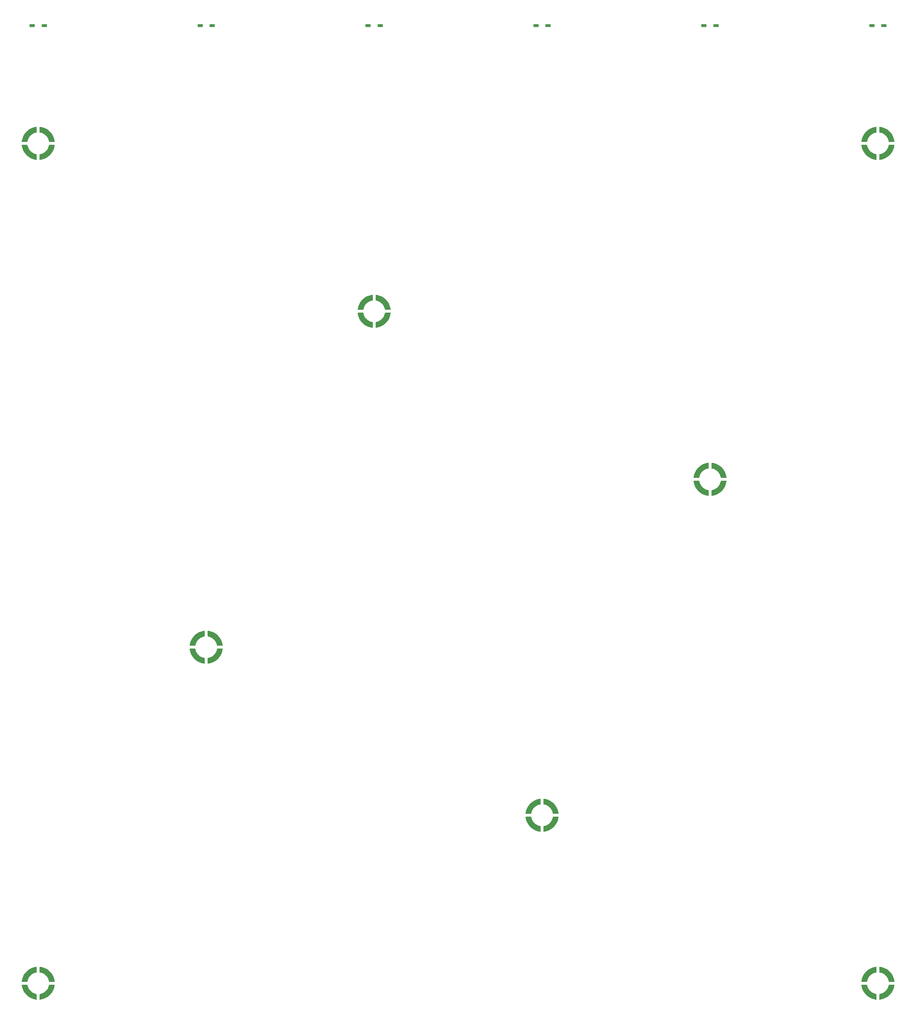
<source format=gbp>
G75*
%MOIN*%
%OFA0B0*%
%FSLAX24Y24*%
%IPPOS*%
%LPD*%
%AMOC8*
5,1,8,0,0,1.08239X$1,22.5*
%
%ADD10C,0.0050*%
%ADD11R,0.0591X0.0335*%
D10*
X016495Y016542D02*
X017667Y016542D01*
X017667Y016567D02*
X017667Y015967D01*
X017434Y016006D01*
X017207Y016073D01*
X016991Y016168D01*
X016788Y016290D01*
X016602Y016435D01*
X016435Y016602D01*
X016290Y016788D01*
X016168Y016991D01*
X016073Y017207D01*
X016006Y017434D01*
X015967Y017667D01*
X016567Y017667D01*
X016607Y017486D01*
X016673Y017314D01*
X016762Y017152D01*
X016873Y017004D01*
X017004Y016873D01*
X017152Y016762D01*
X017314Y016673D01*
X017486Y016607D01*
X017667Y016567D01*
X017667Y016493D02*
X016543Y016493D01*
X016592Y016445D02*
X017667Y016445D01*
X017667Y016396D02*
X016651Y016396D01*
X016713Y016348D02*
X017667Y016348D01*
X017667Y016299D02*
X016775Y016299D01*
X016853Y016251D02*
X017667Y016251D01*
X017667Y016202D02*
X016934Y016202D01*
X017024Y016154D02*
X017667Y016154D01*
X017667Y016105D02*
X017135Y016105D01*
X017263Y016057D02*
X017667Y016057D01*
X017667Y016008D02*
X017425Y016008D01*
X017561Y016590D02*
X016446Y016590D01*
X016406Y016639D02*
X017404Y016639D01*
X017288Y016687D02*
X016368Y016687D01*
X016330Y016736D02*
X017200Y016736D01*
X017123Y016784D02*
X016292Y016784D01*
X016263Y016833D02*
X017058Y016833D01*
X016996Y016881D02*
X016234Y016881D01*
X016205Y016930D02*
X016948Y016930D01*
X016899Y016978D02*
X016176Y016978D01*
X016153Y017027D02*
X016856Y017027D01*
X016820Y017075D02*
X016131Y017075D01*
X016110Y017124D02*
X016783Y017124D01*
X016751Y017172D02*
X016089Y017172D01*
X016069Y017221D02*
X016724Y017221D01*
X016698Y017269D02*
X016055Y017269D01*
X016040Y017318D02*
X016671Y017318D01*
X016653Y017366D02*
X016026Y017366D01*
X016011Y017415D02*
X016635Y017415D01*
X016616Y017463D02*
X016001Y017463D01*
X015993Y017512D02*
X016602Y017512D01*
X016591Y017560D02*
X015984Y017560D01*
X015976Y017609D02*
X016580Y017609D01*
X016569Y017657D02*
X015968Y017657D01*
X015967Y018067D02*
X016006Y018299D01*
X016073Y018526D01*
X016168Y018742D01*
X016290Y018945D01*
X016435Y019131D01*
X016602Y019298D01*
X016788Y019444D01*
X016991Y019565D01*
X017207Y019660D01*
X017434Y019727D01*
X017667Y019767D01*
X017667Y019167D01*
X017486Y019126D01*
X017314Y019060D01*
X017152Y018971D01*
X017004Y018860D01*
X016873Y018729D01*
X016762Y018581D01*
X016673Y018419D01*
X016607Y018247D01*
X016567Y018067D01*
X015967Y018067D01*
X015971Y018094D02*
X016573Y018094D01*
X016584Y018142D02*
X015979Y018142D01*
X015987Y018191D02*
X016595Y018191D01*
X016606Y018239D02*
X015996Y018239D01*
X016004Y018288D02*
X016623Y018288D01*
X016641Y018336D02*
X016017Y018336D01*
X016031Y018385D02*
X016660Y018385D01*
X016681Y018433D02*
X016046Y018433D01*
X016060Y018482D02*
X016708Y018482D01*
X016734Y018530D02*
X016075Y018530D01*
X016097Y018579D02*
X016761Y018579D01*
X016797Y018627D02*
X016118Y018627D01*
X016139Y018676D02*
X016834Y018676D01*
X016870Y018724D02*
X016161Y018724D01*
X016187Y018773D02*
X016917Y018773D01*
X016966Y018821D02*
X016216Y018821D01*
X016245Y018870D02*
X017018Y018870D01*
X017082Y018918D02*
X016274Y018918D01*
X016307Y018967D02*
X017147Y018967D01*
X017233Y019015D02*
X016344Y019015D01*
X016382Y019064D02*
X017324Y019064D01*
X017451Y019112D02*
X016420Y019112D01*
X016464Y019161D02*
X017642Y019161D01*
X017667Y019209D02*
X016513Y019209D01*
X016561Y019258D02*
X017667Y019258D01*
X017667Y019306D02*
X016612Y019306D01*
X016674Y019355D02*
X017667Y019355D01*
X017667Y019403D02*
X016737Y019403D01*
X016802Y019452D02*
X017667Y019452D01*
X017667Y019500D02*
X016883Y019500D01*
X016965Y019549D02*
X017667Y019549D01*
X017667Y019597D02*
X017066Y019597D01*
X017176Y019646D02*
X017667Y019646D01*
X017667Y019694D02*
X017323Y019694D01*
X017526Y019743D02*
X017667Y019743D01*
X018067Y019743D02*
X018207Y019743D01*
X018299Y019727D02*
X018526Y019660D01*
X018742Y019565D01*
X018945Y019444D01*
X019131Y019298D01*
X019298Y019131D01*
X019444Y018945D01*
X019565Y018742D01*
X019660Y018526D01*
X019727Y018299D01*
X019767Y018067D01*
X019167Y018067D01*
X019126Y018247D01*
X019060Y018419D01*
X018971Y018581D01*
X018860Y018729D01*
X018729Y018860D01*
X018581Y018971D01*
X018419Y019060D01*
X018247Y019126D01*
X018067Y019167D01*
X018067Y019767D01*
X018299Y019727D01*
X018410Y019694D02*
X018067Y019694D01*
X018067Y019646D02*
X018557Y019646D01*
X018667Y019597D02*
X018067Y019597D01*
X018067Y019549D02*
X018768Y019549D01*
X018850Y019500D02*
X018067Y019500D01*
X018067Y019452D02*
X018931Y019452D01*
X018997Y019403D02*
X018067Y019403D01*
X018067Y019355D02*
X019059Y019355D01*
X019121Y019306D02*
X018067Y019306D01*
X018067Y019258D02*
X019172Y019258D01*
X019220Y019209D02*
X018067Y019209D01*
X018091Y019161D02*
X019269Y019161D01*
X019313Y019112D02*
X018282Y019112D01*
X018409Y019064D02*
X019351Y019064D01*
X019389Y019015D02*
X018500Y019015D01*
X018586Y018967D02*
X019426Y018967D01*
X019459Y018918D02*
X018651Y018918D01*
X018715Y018870D02*
X019488Y018870D01*
X019517Y018821D02*
X018767Y018821D01*
X018816Y018773D02*
X019546Y018773D01*
X019572Y018724D02*
X018863Y018724D01*
X018900Y018676D02*
X019594Y018676D01*
X019615Y018627D02*
X018936Y018627D01*
X018972Y018579D02*
X019636Y018579D01*
X019658Y018530D02*
X018999Y018530D01*
X019026Y018482D02*
X019673Y018482D01*
X019687Y018433D02*
X019052Y018433D01*
X019073Y018385D02*
X019702Y018385D01*
X019716Y018336D02*
X019092Y018336D01*
X019110Y018288D02*
X019729Y018288D01*
X019737Y018239D02*
X019127Y018239D01*
X019138Y018191D02*
X019746Y018191D01*
X019754Y018142D02*
X019149Y018142D01*
X019160Y018094D02*
X019762Y018094D01*
X019767Y017667D02*
X019727Y017434D01*
X019660Y017207D01*
X019565Y016991D01*
X019444Y016788D01*
X019298Y016602D01*
X019131Y016435D01*
X018945Y016290D01*
X018742Y016168D01*
X018526Y016073D01*
X018299Y016006D01*
X018067Y015967D01*
X018067Y016567D01*
X018247Y016607D01*
X018419Y016673D01*
X018581Y016762D01*
X018729Y016873D01*
X018860Y017004D01*
X018971Y017152D01*
X019060Y017314D01*
X019126Y017486D01*
X019167Y017667D01*
X019767Y017667D01*
X019765Y017657D02*
X019164Y017657D01*
X019153Y017609D02*
X019757Y017609D01*
X019749Y017560D02*
X019142Y017560D01*
X019131Y017512D02*
X019741Y017512D01*
X019732Y017463D02*
X019117Y017463D01*
X019098Y017415D02*
X019722Y017415D01*
X019707Y017366D02*
X019080Y017366D01*
X019062Y017318D02*
X019693Y017318D01*
X019678Y017269D02*
X019036Y017269D01*
X019009Y017221D02*
X019664Y017221D01*
X019644Y017172D02*
X018982Y017172D01*
X018950Y017124D02*
X019623Y017124D01*
X019602Y017075D02*
X018913Y017075D01*
X018877Y017027D02*
X019580Y017027D01*
X019557Y016978D02*
X018834Y016978D01*
X018785Y016930D02*
X019528Y016930D01*
X019499Y016881D02*
X018737Y016881D01*
X018675Y016833D02*
X019470Y016833D01*
X019441Y016784D02*
X018611Y016784D01*
X018533Y016736D02*
X019403Y016736D01*
X019365Y016687D02*
X018445Y016687D01*
X018329Y016639D02*
X019327Y016639D01*
X019287Y016590D02*
X018172Y016590D01*
X018067Y016542D02*
X019239Y016542D01*
X019190Y016493D02*
X018067Y016493D01*
X018067Y016445D02*
X019142Y016445D01*
X019082Y016396D02*
X018067Y016396D01*
X018067Y016348D02*
X019020Y016348D01*
X018958Y016299D02*
X018067Y016299D01*
X018067Y016251D02*
X018880Y016251D01*
X018799Y016202D02*
X018067Y016202D01*
X018067Y016154D02*
X018709Y016154D01*
X018599Y016105D02*
X018067Y016105D01*
X018067Y016057D02*
X018471Y016057D01*
X018308Y016008D02*
X018067Y016008D01*
X036676Y055539D02*
X036473Y055660D01*
X036287Y055805D01*
X036120Y055972D01*
X035975Y056158D01*
X035854Y056361D01*
X036572Y056361D01*
X036558Y056374D02*
X036689Y056244D01*
X036837Y056132D01*
X036999Y056043D01*
X037171Y055977D01*
X037352Y055937D01*
X037352Y055337D01*
X037119Y055376D01*
X036892Y055443D01*
X036676Y055539D01*
X036682Y055536D02*
X037352Y055536D01*
X037352Y055488D02*
X036792Y055488D01*
X036907Y055439D02*
X037352Y055439D01*
X037352Y055391D02*
X037069Y055391D01*
X037319Y055342D02*
X037352Y055342D01*
X037352Y055585D02*
X036599Y055585D01*
X036518Y055633D02*
X037352Y055633D01*
X037352Y055682D02*
X036445Y055682D01*
X036383Y055730D02*
X037352Y055730D01*
X037352Y055779D02*
X036320Y055779D01*
X036264Y055827D02*
X037352Y055827D01*
X037352Y055876D02*
X036216Y055876D01*
X036167Y055924D02*
X037352Y055924D01*
X037193Y055973D02*
X036119Y055973D01*
X036081Y056021D02*
X037057Y056021D01*
X036951Y056070D02*
X036044Y056070D01*
X036006Y056118D02*
X036863Y056118D01*
X036791Y056167D02*
X035970Y056167D01*
X035941Y056215D02*
X036727Y056215D01*
X036669Y056264D02*
X035912Y056264D01*
X035883Y056312D02*
X036621Y056312D01*
X036558Y056374D02*
X036447Y056522D01*
X036358Y056684D01*
X036292Y056856D01*
X036252Y057037D01*
X035652Y057037D01*
X035691Y056804D01*
X035758Y056577D01*
X035854Y056361D01*
X035832Y056409D02*
X036532Y056409D01*
X036496Y056458D02*
X035811Y056458D01*
X035790Y056506D02*
X036459Y056506D01*
X036429Y056555D02*
X035768Y056555D01*
X035751Y056603D02*
X036403Y056603D01*
X036376Y056652D02*
X035736Y056652D01*
X035722Y056700D02*
X036352Y056700D01*
X036333Y056749D02*
X035707Y056749D01*
X035693Y056797D02*
X036315Y056797D01*
X036297Y056846D02*
X035684Y056846D01*
X035676Y056894D02*
X036284Y056894D01*
X036273Y056943D02*
X035667Y056943D01*
X035659Y056991D02*
X036262Y056991D01*
X036252Y057437D02*
X035652Y057437D01*
X035691Y057670D01*
X036313Y057670D01*
X036331Y057719D02*
X035705Y057719D01*
X035720Y057767D02*
X036350Y057767D01*
X036358Y057790D02*
X036292Y057617D01*
X036252Y057437D01*
X036261Y057476D02*
X035658Y057476D01*
X035666Y057525D02*
X036272Y057525D01*
X036283Y057573D02*
X035675Y057573D01*
X035683Y057622D02*
X036294Y057622D01*
X036358Y057790D02*
X036447Y057951D01*
X036558Y058099D01*
X036689Y058230D01*
X036837Y058341D01*
X036999Y058430D01*
X037171Y058496D01*
X037352Y058537D01*
X037352Y059137D01*
X037119Y059097D01*
X036892Y059030D01*
X036676Y058935D01*
X036473Y058814D01*
X036287Y058668D01*
X036120Y058501D01*
X035975Y058315D01*
X035854Y058112D01*
X035758Y057896D01*
X035691Y057670D01*
X035734Y057816D02*
X036373Y057816D01*
X036399Y057864D02*
X035749Y057864D01*
X035766Y057913D02*
X036426Y057913D01*
X036455Y057961D02*
X035787Y057961D01*
X035808Y058010D02*
X036491Y058010D01*
X036528Y058058D02*
X035830Y058058D01*
X035851Y058107D02*
X036566Y058107D01*
X036615Y058155D02*
X035879Y058155D01*
X035908Y058204D02*
X036663Y058204D01*
X036719Y058252D02*
X035937Y058252D01*
X035966Y058301D02*
X036783Y058301D01*
X036852Y058349D02*
X036001Y058349D01*
X036039Y058398D02*
X036940Y058398D01*
X037041Y058446D02*
X036077Y058446D01*
X036114Y058495D02*
X037168Y058495D01*
X037352Y058543D02*
X036161Y058543D01*
X036210Y058592D02*
X037352Y058592D01*
X037352Y058640D02*
X036258Y058640D01*
X036313Y058689D02*
X037352Y058689D01*
X037352Y058737D02*
X036375Y058737D01*
X036437Y058786D02*
X037352Y058786D01*
X037352Y058834D02*
X036507Y058834D01*
X036589Y058883D02*
X037352Y058883D01*
X037352Y058931D02*
X036670Y058931D01*
X036778Y058980D02*
X037352Y058980D01*
X037352Y059028D02*
X036889Y059028D01*
X037049Y059077D02*
X037352Y059077D01*
X037352Y059125D02*
X037283Y059125D01*
X037752Y059125D02*
X037820Y059125D01*
X037752Y059137D02*
X037985Y059097D01*
X038211Y059030D01*
X038427Y058935D01*
X038630Y058814D01*
X038816Y058668D01*
X038983Y058501D01*
X039129Y058315D01*
X039250Y058112D01*
X039345Y057896D01*
X039412Y057670D01*
X038790Y057670D01*
X038772Y057719D02*
X039398Y057719D01*
X039383Y057767D02*
X038754Y057767D01*
X038745Y057790D02*
X038656Y057951D01*
X038545Y058099D01*
X038414Y058230D01*
X038266Y058341D01*
X038105Y058430D01*
X037932Y058496D01*
X037752Y058537D01*
X037752Y059137D01*
X037752Y059077D02*
X038054Y059077D01*
X038215Y059028D02*
X037752Y059028D01*
X037752Y058980D02*
X038325Y058980D01*
X038433Y058931D02*
X037752Y058931D01*
X037752Y058883D02*
X038514Y058883D01*
X038596Y058834D02*
X037752Y058834D01*
X037752Y058786D02*
X038666Y058786D01*
X038728Y058737D02*
X037752Y058737D01*
X037752Y058689D02*
X038791Y058689D01*
X038845Y058640D02*
X037752Y058640D01*
X037752Y058592D02*
X038893Y058592D01*
X038942Y058543D02*
X037752Y058543D01*
X037935Y058495D02*
X038989Y058495D01*
X039027Y058446D02*
X038062Y058446D01*
X038163Y058398D02*
X039064Y058398D01*
X039102Y058349D02*
X038251Y058349D01*
X038320Y058301D02*
X039137Y058301D01*
X039166Y058252D02*
X038384Y058252D01*
X038440Y058204D02*
X039195Y058204D01*
X039224Y058155D02*
X038489Y058155D01*
X038537Y058107D02*
X039252Y058107D01*
X039273Y058058D02*
X038575Y058058D01*
X038612Y058010D02*
X039295Y058010D01*
X039316Y057961D02*
X038648Y057961D01*
X038677Y057913D02*
X039337Y057913D01*
X039354Y057864D02*
X038704Y057864D01*
X038731Y057816D02*
X039369Y057816D01*
X039412Y057670D02*
X039452Y057437D01*
X038852Y057437D01*
X038811Y057617D01*
X038745Y057790D01*
X038809Y057622D02*
X039420Y057622D01*
X039429Y057573D02*
X038821Y057573D01*
X038832Y057525D02*
X039437Y057525D01*
X039445Y057476D02*
X038843Y057476D01*
X038852Y057037D02*
X039452Y057037D01*
X039412Y056804D01*
X039345Y056577D01*
X039250Y056361D01*
X039129Y056158D01*
X038983Y055972D01*
X038816Y055805D01*
X038630Y055660D01*
X038427Y055539D01*
X038211Y055443D01*
X037985Y055376D01*
X037752Y055337D01*
X037752Y055937D01*
X037932Y055977D01*
X038105Y056043D01*
X038266Y056132D01*
X038414Y056244D01*
X038545Y056374D01*
X038656Y056522D01*
X038745Y056684D01*
X038811Y056856D01*
X038852Y057037D01*
X038841Y056991D02*
X039444Y056991D01*
X039436Y056943D02*
X038830Y056943D01*
X038819Y056894D02*
X039428Y056894D01*
X039419Y056846D02*
X038807Y056846D01*
X038788Y056797D02*
X039410Y056797D01*
X039396Y056749D02*
X038770Y056749D01*
X038751Y056700D02*
X039381Y056700D01*
X039367Y056652D02*
X038727Y056652D01*
X038701Y056603D02*
X039352Y056603D01*
X039335Y056555D02*
X038674Y056555D01*
X038644Y056506D02*
X039313Y056506D01*
X039292Y056458D02*
X038607Y056458D01*
X038571Y056409D02*
X039271Y056409D01*
X039249Y056361D02*
X038531Y056361D01*
X038483Y056312D02*
X039220Y056312D01*
X039191Y056264D02*
X038434Y056264D01*
X038376Y056215D02*
X039163Y056215D01*
X039134Y056167D02*
X038312Y056167D01*
X038240Y056118D02*
X039097Y056118D01*
X039060Y056070D02*
X038152Y056070D01*
X038046Y056021D02*
X039022Y056021D01*
X038984Y055973D02*
X037910Y055973D01*
X037752Y055924D02*
X038936Y055924D01*
X038887Y055876D02*
X037752Y055876D01*
X037752Y055827D02*
X038839Y055827D01*
X038783Y055779D02*
X037752Y055779D01*
X037752Y055730D02*
X038721Y055730D01*
X038658Y055682D02*
X037752Y055682D01*
X037752Y055633D02*
X038586Y055633D01*
X038504Y055585D02*
X037752Y055585D01*
X037752Y055536D02*
X038421Y055536D01*
X038311Y055488D02*
X037752Y055488D01*
X037752Y055439D02*
X038196Y055439D01*
X038034Y055391D02*
X037752Y055391D01*
X037752Y055342D02*
X037784Y055342D01*
X075224Y038427D02*
X075129Y038211D01*
X075061Y037985D01*
X075022Y037752D01*
X075622Y037752D01*
X075663Y037932D01*
X075728Y038105D01*
X075817Y038266D01*
X075929Y038414D01*
X076059Y038545D01*
X076207Y038656D01*
X076369Y038745D01*
X076541Y038811D01*
X076722Y038852D01*
X075525Y038852D01*
X075490Y038816D02*
X075657Y038983D01*
X075843Y039129D01*
X076046Y039250D01*
X076262Y039345D01*
X076489Y039412D01*
X076722Y039452D01*
X076722Y038852D01*
X076722Y038900D02*
X075574Y038900D01*
X075622Y038949D02*
X076722Y038949D01*
X076722Y038997D02*
X075675Y038997D01*
X075737Y039046D02*
X076722Y039046D01*
X076722Y039094D02*
X075799Y039094D01*
X075867Y039143D02*
X076722Y039143D01*
X076722Y039191D02*
X075949Y039191D01*
X076030Y039240D02*
X076722Y039240D01*
X076722Y039288D02*
X076134Y039288D01*
X076245Y039337D02*
X076722Y039337D01*
X076722Y039385D02*
X076399Y039385D01*
X076617Y039434D02*
X076722Y039434D01*
X077122Y039434D02*
X077226Y039434D01*
X077122Y039452D02*
X077355Y039412D01*
X077581Y039345D01*
X077797Y039250D01*
X078000Y039129D01*
X078186Y038983D01*
X078354Y038816D01*
X078499Y038630D01*
X078620Y038427D01*
X078715Y038211D01*
X078782Y037985D01*
X078822Y037752D01*
X078222Y037752D01*
X078181Y037932D01*
X078115Y038105D01*
X078026Y038266D01*
X077915Y038414D01*
X077784Y038545D01*
X077636Y038656D01*
X077475Y038745D01*
X077302Y038811D01*
X077122Y038852D01*
X078318Y038852D01*
X078364Y038803D02*
X077321Y038803D01*
X077448Y038755D02*
X078401Y038755D01*
X078439Y038706D02*
X077544Y038706D01*
X077632Y038658D02*
X078477Y038658D01*
X078511Y038609D02*
X077698Y038609D01*
X077762Y038561D02*
X078540Y038561D01*
X078569Y038512D02*
X077816Y038512D01*
X077865Y038464D02*
X078598Y038464D01*
X078625Y038415D02*
X077913Y038415D01*
X077950Y038367D02*
X078646Y038367D01*
X078667Y038318D02*
X077987Y038318D01*
X078023Y038270D02*
X078689Y038270D01*
X078710Y038221D02*
X078051Y038221D01*
X078077Y038173D02*
X078726Y038173D01*
X078741Y038124D02*
X078104Y038124D01*
X078126Y038076D02*
X078755Y038076D01*
X078770Y038027D02*
X078144Y038027D01*
X078163Y037979D02*
X078783Y037979D01*
X078792Y037930D02*
X078181Y037930D01*
X078192Y037882D02*
X078800Y037882D01*
X078808Y037833D02*
X078203Y037833D01*
X078214Y037785D02*
X078816Y037785D01*
X078822Y037352D02*
X078782Y037119D01*
X078715Y036892D01*
X078620Y036676D01*
X078499Y036473D01*
X078354Y036287D01*
X078186Y036120D01*
X078000Y035975D01*
X077797Y035854D01*
X077581Y035758D01*
X077355Y035691D01*
X077122Y035652D01*
X077122Y036252D01*
X077302Y036292D01*
X077475Y036358D01*
X077636Y036447D01*
X077784Y036558D01*
X077915Y036689D01*
X078026Y036837D01*
X078115Y036999D01*
X078181Y037171D01*
X078222Y037352D01*
X078822Y037352D01*
X078821Y037348D02*
X078221Y037348D01*
X078210Y037300D02*
X078813Y037300D01*
X078805Y037251D02*
X078199Y037251D01*
X078188Y037203D02*
X078797Y037203D01*
X078788Y037154D02*
X078174Y037154D01*
X078156Y037106D02*
X078779Y037106D01*
X078764Y037057D02*
X078137Y037057D01*
X078119Y037009D02*
X078750Y037009D01*
X078735Y036960D02*
X078094Y036960D01*
X078067Y036912D02*
X078721Y036912D01*
X078702Y036863D02*
X078041Y036863D01*
X078009Y036815D02*
X078681Y036815D01*
X078659Y036766D02*
X077973Y036766D01*
X077936Y036718D02*
X078638Y036718D01*
X078616Y036669D02*
X077895Y036669D01*
X077847Y036621D02*
X078587Y036621D01*
X078558Y036572D02*
X077798Y036572D01*
X077738Y036524D02*
X078529Y036524D01*
X078500Y036475D02*
X077674Y036475D01*
X077599Y036427D02*
X078463Y036427D01*
X078425Y036378D02*
X077511Y036378D01*
X077401Y036330D02*
X078387Y036330D01*
X078348Y036281D02*
X077254Y036281D01*
X077122Y036233D02*
X078300Y036233D01*
X078251Y036184D02*
X077122Y036184D01*
X077122Y036136D02*
X078203Y036136D01*
X078145Y036087D02*
X077122Y036087D01*
X077122Y036039D02*
X078083Y036039D01*
X078021Y035990D02*
X077122Y035990D01*
X077122Y035942D02*
X077945Y035942D01*
X077864Y035893D02*
X077122Y035893D01*
X077122Y035845D02*
X077778Y035845D01*
X077667Y035796D02*
X077122Y035796D01*
X077122Y035748D02*
X077546Y035748D01*
X077384Y035699D02*
X077122Y035699D01*
X076722Y035699D02*
X076460Y035699D01*
X076489Y035691D02*
X076262Y035758D01*
X076046Y035854D01*
X075843Y035975D01*
X075657Y036120D01*
X075490Y036287D01*
X075345Y036473D01*
X075224Y036676D01*
X075129Y036892D01*
X075061Y037119D01*
X075022Y037352D01*
X075622Y037352D01*
X075663Y037171D01*
X075728Y036999D01*
X075817Y036837D01*
X075929Y036689D01*
X076059Y036558D01*
X076207Y036447D01*
X076369Y036358D01*
X076541Y036292D01*
X076722Y036252D01*
X076722Y035652D01*
X076489Y035691D01*
X076297Y035748D02*
X076722Y035748D01*
X076722Y035796D02*
X076176Y035796D01*
X076066Y035845D02*
X076722Y035845D01*
X076722Y035893D02*
X075979Y035893D01*
X075898Y035942D02*
X076722Y035942D01*
X076722Y035990D02*
X075823Y035990D01*
X075761Y036039D02*
X076722Y036039D01*
X076722Y036087D02*
X075698Y036087D01*
X075641Y036136D02*
X076722Y036136D01*
X076722Y036184D02*
X075592Y036184D01*
X075544Y036233D02*
X076722Y036233D01*
X076590Y036281D02*
X075495Y036281D01*
X075456Y036330D02*
X076443Y036330D01*
X076332Y036378D02*
X075418Y036378D01*
X075381Y036427D02*
X076244Y036427D01*
X076170Y036475D02*
X075343Y036475D01*
X075314Y036524D02*
X076105Y036524D01*
X076045Y036572D02*
X075285Y036572D01*
X075256Y036621D02*
X075997Y036621D01*
X075948Y036669D02*
X075227Y036669D01*
X075205Y036718D02*
X075907Y036718D01*
X075870Y036766D02*
X075184Y036766D01*
X075163Y036815D02*
X075834Y036815D01*
X075803Y036863D02*
X075141Y036863D01*
X075123Y036912D02*
X075776Y036912D01*
X075749Y036960D02*
X075108Y036960D01*
X075094Y037009D02*
X075724Y037009D01*
X075706Y037057D02*
X075079Y037057D01*
X075065Y037106D02*
X075687Y037106D01*
X075669Y037154D02*
X075055Y037154D01*
X075047Y037203D02*
X075655Y037203D01*
X075644Y037251D02*
X075039Y037251D01*
X075030Y037300D02*
X075633Y037300D01*
X075622Y037348D02*
X075022Y037348D01*
X075027Y037785D02*
X075629Y037785D01*
X075640Y037833D02*
X075035Y037833D01*
X075044Y037882D02*
X075651Y037882D01*
X075662Y037930D02*
X075052Y037930D01*
X075060Y037979D02*
X075680Y037979D01*
X075699Y038027D02*
X075074Y038027D01*
X075088Y038076D02*
X075717Y038076D01*
X075739Y038124D02*
X075103Y038124D01*
X075117Y038173D02*
X075766Y038173D01*
X075793Y038221D02*
X075133Y038221D01*
X075155Y038270D02*
X075820Y038270D01*
X075857Y038318D02*
X075176Y038318D01*
X075197Y038367D02*
X075893Y038367D01*
X075930Y038415D02*
X075218Y038415D01*
X075224Y038427D02*
X075345Y038630D01*
X075490Y038816D01*
X075480Y038803D02*
X076522Y038803D01*
X076395Y038755D02*
X075442Y038755D01*
X075404Y038706D02*
X076299Y038706D01*
X076211Y038658D02*
X075366Y038658D01*
X075332Y038609D02*
X076145Y038609D01*
X076081Y038561D02*
X075303Y038561D01*
X075275Y038512D02*
X076027Y038512D01*
X075979Y038464D02*
X075246Y038464D01*
X077122Y038852D02*
X077122Y039452D01*
X077122Y039385D02*
X077445Y039385D01*
X077598Y039337D02*
X077122Y039337D01*
X077122Y039288D02*
X077709Y039288D01*
X077813Y039240D02*
X077122Y039240D01*
X077122Y039191D02*
X077895Y039191D01*
X077976Y039143D02*
X077122Y039143D01*
X077122Y039094D02*
X078044Y039094D01*
X078106Y039046D02*
X077122Y039046D01*
X077122Y038997D02*
X078168Y038997D01*
X078221Y038949D02*
X077122Y038949D01*
X077122Y038900D02*
X078269Y038900D01*
X095731Y075224D02*
X095528Y075345D01*
X095342Y075490D01*
X095175Y075657D01*
X095030Y075843D01*
X094909Y076046D01*
X094814Y076262D01*
X094746Y076489D01*
X094707Y076722D01*
X095307Y076722D01*
X095348Y076541D01*
X095413Y076369D01*
X095503Y076207D01*
X095614Y076059D01*
X095744Y075929D01*
X095892Y075817D01*
X096054Y075728D01*
X096226Y075663D01*
X096407Y075622D01*
X096407Y075022D01*
X096174Y075061D01*
X095947Y075129D01*
X095731Y075224D01*
X095725Y075227D02*
X096407Y075227D01*
X096407Y075179D02*
X095833Y075179D01*
X095944Y075130D02*
X096407Y075130D01*
X096407Y075082D02*
X096104Y075082D01*
X096338Y075033D02*
X096407Y075033D01*
X096407Y075276D02*
X095644Y075276D01*
X095563Y075324D02*
X096407Y075324D01*
X096407Y075373D02*
X095492Y075373D01*
X095430Y075421D02*
X096407Y075421D01*
X096407Y075470D02*
X095368Y075470D01*
X095313Y075518D02*
X096407Y075518D01*
X096407Y075567D02*
X095265Y075567D01*
X095216Y075615D02*
X096407Y075615D01*
X096223Y075664D02*
X095170Y075664D01*
X095132Y075712D02*
X096096Y075712D01*
X095995Y075761D02*
X095094Y075761D01*
X095056Y075809D02*
X095907Y075809D01*
X095839Y075858D02*
X095021Y075858D01*
X094992Y075906D02*
X095774Y075906D01*
X095718Y075955D02*
X094963Y075955D01*
X094934Y076003D02*
X095670Y076003D01*
X095621Y076052D02*
X094906Y076052D01*
X094885Y076100D02*
X095583Y076100D01*
X095546Y076149D02*
X094864Y076149D01*
X094842Y076197D02*
X095510Y076197D01*
X095481Y076246D02*
X094821Y076246D01*
X094804Y076294D02*
X095454Y076294D01*
X095428Y076343D02*
X094790Y076343D01*
X094775Y076391D02*
X095405Y076391D01*
X095386Y076440D02*
X094761Y076440D01*
X094746Y076488D02*
X095368Y076488D01*
X095349Y076537D02*
X094738Y076537D01*
X094730Y076585D02*
X095338Y076585D01*
X095327Y076634D02*
X094721Y076634D01*
X094713Y076682D02*
X095316Y076682D01*
X095307Y077122D02*
X094707Y077122D01*
X094746Y077355D01*
X094814Y077581D01*
X094909Y077797D01*
X095030Y078000D01*
X095175Y078186D01*
X095342Y078354D01*
X095528Y078499D01*
X095731Y078620D01*
X095947Y078715D01*
X096174Y078782D01*
X096407Y078822D01*
X096407Y078222D01*
X096226Y078181D01*
X096054Y078115D01*
X095892Y078026D01*
X095744Y077915D01*
X095614Y077784D01*
X095503Y077636D01*
X095413Y077475D01*
X095348Y077302D01*
X095307Y077122D01*
X095317Y077167D02*
X094714Y077167D01*
X094723Y077216D02*
X095328Y077216D01*
X095339Y077264D02*
X094731Y077264D01*
X094739Y077313D02*
X095352Y077313D01*
X095370Y077361D02*
X094748Y077361D01*
X094762Y077410D02*
X095389Y077410D01*
X095407Y077458D02*
X094777Y077458D01*
X094791Y077507D02*
X095431Y077507D01*
X095458Y077555D02*
X094806Y077555D01*
X094824Y077604D02*
X095484Y077604D01*
X095514Y077652D02*
X094845Y077652D01*
X094866Y077701D02*
X095551Y077701D01*
X095587Y077749D02*
X094888Y077749D01*
X094909Y077798D02*
X095627Y077798D01*
X095676Y077846D02*
X094938Y077846D01*
X094967Y077895D02*
X095724Y077895D01*
X095782Y077943D02*
X094996Y077943D01*
X095025Y077992D02*
X095847Y077992D01*
X095918Y078040D02*
X095061Y078040D01*
X095099Y078089D02*
X096006Y078089D01*
X096112Y078137D02*
X095136Y078137D01*
X095174Y078186D02*
X096248Y078186D01*
X096407Y078234D02*
X095223Y078234D01*
X095271Y078283D02*
X096407Y078283D01*
X096407Y078331D02*
X095320Y078331D01*
X095375Y078380D02*
X096407Y078380D01*
X096407Y078428D02*
X095438Y078428D01*
X095500Y078477D02*
X096407Y078477D01*
X096407Y078525D02*
X095573Y078525D01*
X095654Y078574D02*
X096407Y078574D01*
X096407Y078622D02*
X095737Y078622D01*
X095847Y078671D02*
X096407Y078671D01*
X096407Y078719D02*
X095962Y078719D01*
X096124Y078768D02*
X096407Y078768D01*
X096407Y078816D02*
X096374Y078816D01*
X096807Y078816D02*
X096839Y078816D01*
X096807Y078822D02*
X097040Y078782D01*
X097266Y078715D01*
X097482Y078620D01*
X097685Y078499D01*
X097872Y078354D01*
X098039Y078186D01*
X096965Y078186D01*
X096987Y078181D02*
X096807Y078222D01*
X096807Y078822D01*
X096807Y078768D02*
X097089Y078768D01*
X097251Y078719D02*
X096807Y078719D01*
X096807Y078671D02*
X097366Y078671D01*
X097477Y078622D02*
X096807Y078622D01*
X096807Y078574D02*
X097559Y078574D01*
X097641Y078525D02*
X096807Y078525D01*
X096807Y078477D02*
X097713Y078477D01*
X097776Y078428D02*
X096807Y078428D01*
X096807Y078380D02*
X097838Y078380D01*
X097894Y078331D02*
X096807Y078331D01*
X096807Y078283D02*
X097942Y078283D01*
X097991Y078234D02*
X096807Y078234D01*
X096987Y078181D02*
X097160Y078115D01*
X097321Y078026D01*
X097469Y077915D01*
X097600Y077784D01*
X097711Y077636D01*
X097800Y077475D01*
X097866Y077302D01*
X097907Y077122D01*
X098507Y077122D01*
X098467Y077355D01*
X098400Y077581D01*
X098305Y077797D01*
X098184Y078000D01*
X098039Y078186D01*
X098077Y078137D02*
X097102Y078137D01*
X097207Y078089D02*
X098115Y078089D01*
X098152Y078040D02*
X097295Y078040D01*
X097367Y077992D02*
X098189Y077992D01*
X098218Y077943D02*
X097431Y077943D01*
X097489Y077895D02*
X098247Y077895D01*
X098276Y077846D02*
X097538Y077846D01*
X097586Y077798D02*
X098304Y077798D01*
X098326Y077749D02*
X097626Y077749D01*
X097662Y077701D02*
X098347Y077701D01*
X098369Y077652D02*
X097699Y077652D01*
X097729Y077604D02*
X098390Y077604D01*
X098408Y077555D02*
X097756Y077555D01*
X097782Y077507D02*
X098422Y077507D01*
X098437Y077458D02*
X097806Y077458D01*
X097825Y077410D02*
X098451Y077410D01*
X098466Y077361D02*
X097843Y077361D01*
X097862Y077313D02*
X098475Y077313D01*
X098483Y077264D02*
X097874Y077264D01*
X097885Y077216D02*
X098491Y077216D01*
X098499Y077167D02*
X097896Y077167D01*
X097907Y076722D02*
X098507Y076722D01*
X098467Y076489D01*
X098400Y076262D01*
X098305Y076046D01*
X098184Y075843D01*
X098039Y075657D01*
X097872Y075490D01*
X097685Y075345D01*
X097482Y075224D01*
X097266Y075129D01*
X097040Y075061D01*
X096807Y075022D01*
X096807Y075622D01*
X096987Y075663D01*
X097160Y075728D01*
X097321Y075817D01*
X097469Y075929D01*
X097600Y076059D01*
X097711Y076207D01*
X097800Y076369D01*
X097866Y076541D01*
X097907Y076722D01*
X097898Y076682D02*
X098500Y076682D01*
X098492Y076634D02*
X097887Y076634D01*
X097876Y076585D02*
X098484Y076585D01*
X098476Y076537D02*
X097864Y076537D01*
X097846Y076488D02*
X098467Y076488D01*
X098453Y076440D02*
X097827Y076440D01*
X097809Y076391D02*
X098438Y076391D01*
X098424Y076343D02*
X097786Y076343D01*
X097759Y076294D02*
X098409Y076294D01*
X098392Y076246D02*
X097732Y076246D01*
X097704Y076197D02*
X098371Y076197D01*
X098350Y076149D02*
X097667Y076149D01*
X097631Y076100D02*
X098329Y076100D01*
X098307Y076052D02*
X097592Y076052D01*
X097544Y076003D02*
X098279Y076003D01*
X098250Y075955D02*
X097495Y075955D01*
X097439Y075906D02*
X098221Y075906D01*
X098192Y075858D02*
X097375Y075858D01*
X097306Y075809D02*
X098157Y075809D01*
X098119Y075761D02*
X097218Y075761D01*
X097117Y075712D02*
X098082Y075712D01*
X098044Y075664D02*
X096990Y075664D01*
X096807Y075615D02*
X097997Y075615D01*
X097948Y075567D02*
X096807Y075567D01*
X096807Y075518D02*
X097900Y075518D01*
X097846Y075470D02*
X096807Y075470D01*
X096807Y075421D02*
X097783Y075421D01*
X097721Y075373D02*
X096807Y075373D01*
X096807Y075324D02*
X097651Y075324D01*
X097570Y075276D02*
X096807Y075276D01*
X096807Y075227D02*
X097488Y075227D01*
X097380Y075179D02*
X096807Y075179D01*
X096807Y075130D02*
X097270Y075130D01*
X097109Y075082D02*
X096807Y075082D01*
X096807Y075033D02*
X096875Y075033D01*
X058935Y095731D02*
X059030Y095947D01*
X059097Y096174D01*
X059137Y096407D01*
X058537Y096407D01*
X058496Y096226D01*
X058430Y096054D01*
X058341Y095892D01*
X058230Y095744D01*
X058099Y095614D01*
X057951Y095503D01*
X057790Y095413D01*
X057617Y095348D01*
X057437Y095307D01*
X057437Y094707D01*
X057670Y094746D01*
X057896Y094814D01*
X058112Y094909D01*
X058315Y095030D01*
X058501Y095175D01*
X058668Y095342D01*
X058814Y095528D01*
X058935Y095731D01*
X058940Y095743D02*
X058228Y095743D01*
X058265Y095791D02*
X058961Y095791D01*
X058982Y095840D02*
X058302Y095840D01*
X058338Y095888D02*
X059004Y095888D01*
X059025Y095937D02*
X058365Y095937D01*
X058392Y095985D02*
X059041Y095985D01*
X059056Y096034D02*
X058419Y096034D01*
X058441Y096082D02*
X059070Y096082D01*
X059085Y096131D02*
X058459Y096131D01*
X058478Y096179D02*
X059098Y096179D01*
X059107Y096228D02*
X058496Y096228D01*
X058507Y096276D02*
X059115Y096276D01*
X059123Y096325D02*
X058518Y096325D01*
X058529Y096373D02*
X059131Y096373D01*
X059137Y096807D02*
X059097Y097040D01*
X059030Y097266D01*
X058935Y097482D01*
X058814Y097685D01*
X058668Y097872D01*
X058501Y098039D01*
X058315Y098184D01*
X058112Y098305D01*
X057896Y098400D01*
X057670Y098467D01*
X057437Y098507D01*
X057437Y097907D01*
X057617Y097866D01*
X057790Y097800D01*
X057951Y097711D01*
X058099Y097600D01*
X058230Y097469D01*
X058341Y097321D01*
X058430Y097160D01*
X058496Y096987D01*
X058537Y096807D01*
X059137Y096807D01*
X059136Y096810D02*
X058536Y096810D01*
X058525Y096858D02*
X059128Y096858D01*
X059120Y096907D02*
X058514Y096907D01*
X058503Y096955D02*
X059112Y096955D01*
X059103Y097004D02*
X058489Y097004D01*
X058471Y097052D02*
X059094Y097052D01*
X059079Y097101D02*
X058452Y097101D01*
X058434Y097149D02*
X059065Y097149D01*
X059050Y097198D02*
X058409Y097198D01*
X058382Y097246D02*
X059036Y097246D01*
X059017Y097295D02*
X058355Y097295D01*
X058324Y097343D02*
X058996Y097343D01*
X058974Y097392D02*
X058288Y097392D01*
X058251Y097440D02*
X058953Y097440D01*
X058931Y097489D02*
X058210Y097489D01*
X058162Y097537D02*
X058902Y097537D01*
X058873Y097586D02*
X058113Y097586D01*
X058053Y097634D02*
X058844Y097634D01*
X058815Y097683D02*
X057989Y097683D01*
X057914Y097731D02*
X058778Y097731D01*
X058740Y097780D02*
X057826Y097780D01*
X057716Y097828D02*
X058702Y097828D01*
X058663Y097877D02*
X057569Y097877D01*
X057437Y097925D02*
X058615Y097925D01*
X058566Y097974D02*
X057437Y097974D01*
X057437Y098022D02*
X058518Y098022D01*
X058460Y098071D02*
X057437Y098071D01*
X057437Y098119D02*
X058398Y098119D01*
X058335Y098168D02*
X057437Y098168D01*
X057437Y098216D02*
X058260Y098216D01*
X058179Y098265D02*
X057437Y098265D01*
X057437Y098313D02*
X058093Y098313D01*
X057982Y098362D02*
X057437Y098362D01*
X057437Y098410D02*
X057861Y098410D01*
X057699Y098459D02*
X057437Y098459D01*
X057037Y098459D02*
X056775Y098459D01*
X056804Y098467D02*
X057037Y098507D01*
X057037Y097907D01*
X056856Y097866D01*
X056684Y097800D01*
X056522Y097711D01*
X056374Y097600D01*
X056244Y097469D01*
X056132Y097321D01*
X056043Y097160D01*
X055977Y096987D01*
X055937Y096807D01*
X055337Y096807D01*
X055376Y097040D01*
X055443Y097266D01*
X055539Y097482D01*
X055660Y097685D01*
X055805Y097872D01*
X055972Y098039D01*
X056158Y098184D01*
X056361Y098305D01*
X056577Y098400D01*
X056804Y098467D01*
X056612Y098410D02*
X057037Y098410D01*
X057037Y098362D02*
X056491Y098362D01*
X056380Y098313D02*
X057037Y098313D01*
X057037Y098265D02*
X056294Y098265D01*
X056213Y098216D02*
X057037Y098216D01*
X057037Y098168D02*
X056138Y098168D01*
X056075Y098119D02*
X057037Y098119D01*
X057037Y098071D02*
X056013Y098071D01*
X055956Y098022D02*
X057037Y098022D01*
X057037Y097974D02*
X055907Y097974D01*
X055859Y097925D02*
X057037Y097925D01*
X056905Y097877D02*
X055810Y097877D01*
X055771Y097828D02*
X056758Y097828D01*
X056647Y097780D02*
X055733Y097780D01*
X055696Y097731D02*
X056559Y097731D01*
X056485Y097683D02*
X055658Y097683D01*
X055629Y097634D02*
X056420Y097634D01*
X056360Y097586D02*
X055600Y097586D01*
X055571Y097537D02*
X056312Y097537D01*
X056263Y097489D02*
X055542Y097489D01*
X055520Y097440D02*
X056222Y097440D01*
X056185Y097392D02*
X055499Y097392D01*
X055477Y097343D02*
X056149Y097343D01*
X056118Y097295D02*
X055456Y097295D01*
X055438Y097246D02*
X056091Y097246D01*
X056064Y097198D02*
X055423Y097198D01*
X055409Y097149D02*
X056039Y097149D01*
X056021Y097101D02*
X055394Y097101D01*
X055380Y097052D02*
X056002Y097052D01*
X055984Y097004D02*
X055370Y097004D01*
X055362Y096955D02*
X055970Y096955D01*
X055959Y096907D02*
X055353Y096907D01*
X055345Y096858D02*
X055948Y096858D01*
X055937Y096810D02*
X055337Y096810D01*
X055337Y096407D02*
X055376Y096174D01*
X055443Y095947D01*
X055539Y095731D01*
X055660Y095528D01*
X055805Y095342D01*
X055972Y095175D01*
X056158Y095030D01*
X056361Y094909D01*
X056577Y094814D01*
X056804Y094746D01*
X057037Y094707D01*
X057037Y095307D01*
X056856Y095348D01*
X056684Y095413D01*
X056522Y095503D01*
X056374Y095614D01*
X056244Y095744D01*
X056132Y095892D01*
X056043Y096054D01*
X055977Y096226D01*
X055937Y096407D01*
X055337Y096407D01*
X055342Y096373D02*
X055944Y096373D01*
X055955Y096325D02*
X055350Y096325D01*
X055359Y096276D02*
X055966Y096276D01*
X055977Y096228D02*
X055367Y096228D01*
X055375Y096179D02*
X055995Y096179D01*
X056014Y096131D02*
X055389Y096131D01*
X055403Y096082D02*
X056032Y096082D01*
X056054Y096034D02*
X055418Y096034D01*
X055432Y095985D02*
X056081Y095985D01*
X056108Y095937D02*
X055448Y095937D01*
X055469Y095888D02*
X056135Y095888D01*
X056172Y095840D02*
X055491Y095840D01*
X055512Y095791D02*
X056208Y095791D01*
X056245Y095743D02*
X055533Y095743D01*
X055561Y095694D02*
X056294Y095694D01*
X056342Y095646D02*
X055589Y095646D01*
X055618Y095597D02*
X056396Y095597D01*
X056460Y095549D02*
X055647Y095549D01*
X055681Y095500D02*
X056526Y095500D01*
X056614Y095452D02*
X055719Y095452D01*
X055757Y095403D02*
X056710Y095403D01*
X056837Y095355D02*
X055795Y095355D01*
X055840Y095306D02*
X057037Y095306D01*
X057037Y095258D02*
X055889Y095258D01*
X055937Y095209D02*
X057037Y095209D01*
X057037Y095161D02*
X055990Y095161D01*
X056052Y095112D02*
X057037Y095112D01*
X057037Y095064D02*
X056114Y095064D01*
X056182Y095015D02*
X057037Y095015D01*
X057037Y094967D02*
X056264Y094967D01*
X056345Y094918D02*
X057037Y094918D01*
X057037Y094870D02*
X056449Y094870D01*
X056560Y094821D02*
X057037Y094821D01*
X057037Y094773D02*
X056714Y094773D01*
X056932Y094724D02*
X057037Y094724D01*
X057437Y094724D02*
X057541Y094724D01*
X057437Y094773D02*
X057759Y094773D01*
X057913Y094821D02*
X057437Y094821D01*
X057437Y094870D02*
X058024Y094870D01*
X058128Y094918D02*
X057437Y094918D01*
X057437Y094967D02*
X058210Y094967D01*
X058291Y095015D02*
X057437Y095015D01*
X057437Y095064D02*
X058359Y095064D01*
X058421Y095112D02*
X057437Y095112D01*
X057437Y095161D02*
X058483Y095161D01*
X058536Y095209D02*
X057437Y095209D01*
X057437Y095258D02*
X058584Y095258D01*
X058633Y095306D02*
X057437Y095306D01*
X057636Y095355D02*
X058679Y095355D01*
X058716Y095403D02*
X057763Y095403D01*
X057859Y095452D02*
X058754Y095452D01*
X058792Y095500D02*
X057947Y095500D01*
X058013Y095549D02*
X058826Y095549D01*
X058855Y095597D02*
X058077Y095597D01*
X058131Y095646D02*
X058884Y095646D01*
X058913Y095694D02*
X058180Y095694D01*
X019565Y115416D02*
X019444Y115213D01*
X019298Y115027D01*
X019131Y114860D01*
X018945Y114715D01*
X018742Y114594D01*
X018526Y114499D01*
X018299Y114431D01*
X018067Y114392D01*
X018067Y114992D01*
X018247Y115033D01*
X018419Y115098D01*
X018581Y115188D01*
X018729Y115299D01*
X018860Y115429D01*
X018971Y115577D01*
X019060Y115739D01*
X019126Y115912D01*
X019167Y116092D01*
X019767Y116092D01*
X019727Y115859D01*
X019660Y115632D01*
X019565Y115416D01*
X019572Y115434D02*
X018863Y115434D01*
X018900Y115482D02*
X019594Y115482D01*
X019615Y115531D02*
X018936Y115531D01*
X018972Y115579D02*
X019636Y115579D01*
X019658Y115628D02*
X018999Y115628D01*
X019026Y115676D02*
X019673Y115676D01*
X019687Y115725D02*
X019052Y115725D01*
X019073Y115773D02*
X019702Y115773D01*
X019716Y115822D02*
X019092Y115822D01*
X019110Y115870D02*
X019729Y115870D01*
X019737Y115919D02*
X019127Y115919D01*
X019138Y115967D02*
X019746Y115967D01*
X019754Y116016D02*
X019149Y116016D01*
X019160Y116064D02*
X019762Y116064D01*
X019767Y116492D02*
X019727Y116725D01*
X019660Y116951D01*
X019565Y117167D01*
X019444Y117370D01*
X019298Y117557D01*
X019131Y117724D01*
X018945Y117869D01*
X018742Y117990D01*
X018526Y118085D01*
X018299Y118153D01*
X018067Y118192D01*
X018067Y117592D01*
X018247Y117551D01*
X018419Y117485D01*
X018581Y117396D01*
X018729Y117285D01*
X018860Y117154D01*
X018971Y117006D01*
X019060Y116845D01*
X019126Y116672D01*
X019167Y116492D01*
X019767Y116492D01*
X019765Y116501D02*
X019164Y116501D01*
X019153Y116549D02*
X019757Y116549D01*
X019749Y116598D02*
X019142Y116598D01*
X019131Y116646D02*
X019741Y116646D01*
X019732Y116695D02*
X019117Y116695D01*
X019098Y116743D02*
X019722Y116743D01*
X019707Y116792D02*
X019080Y116792D01*
X019062Y116840D02*
X019693Y116840D01*
X019678Y116889D02*
X019036Y116889D01*
X019009Y116937D02*
X019664Y116937D01*
X019644Y116986D02*
X018982Y116986D01*
X018950Y117034D02*
X019623Y117034D01*
X019602Y117083D02*
X018913Y117083D01*
X018877Y117131D02*
X019580Y117131D01*
X019557Y117180D02*
X018834Y117180D01*
X018785Y117228D02*
X019528Y117228D01*
X019499Y117277D02*
X018737Y117277D01*
X018675Y117325D02*
X019470Y117325D01*
X019441Y117374D02*
X018611Y117374D01*
X018533Y117422D02*
X019403Y117422D01*
X019365Y117471D02*
X018445Y117471D01*
X018329Y117519D02*
X019327Y117519D01*
X019287Y117568D02*
X018172Y117568D01*
X018067Y117616D02*
X019239Y117616D01*
X019190Y117665D02*
X018067Y117665D01*
X018067Y117713D02*
X019142Y117713D01*
X019082Y117762D02*
X018067Y117762D01*
X018067Y117810D02*
X019020Y117810D01*
X018958Y117859D02*
X018067Y117859D01*
X018067Y117907D02*
X018880Y117907D01*
X018799Y117956D02*
X018067Y117956D01*
X018067Y118004D02*
X018709Y118004D01*
X018599Y118053D02*
X018067Y118053D01*
X018067Y118101D02*
X018471Y118101D01*
X018308Y118150D02*
X018067Y118150D01*
X017667Y118150D02*
X017425Y118150D01*
X017434Y118153D02*
X017667Y118192D01*
X017667Y117592D01*
X017486Y117551D01*
X017314Y117485D01*
X017152Y117396D01*
X017004Y117285D01*
X016873Y117154D01*
X016762Y117006D01*
X016673Y116845D01*
X016607Y116672D01*
X016567Y116492D01*
X015967Y116492D01*
X016006Y116725D01*
X016073Y116951D01*
X016168Y117167D01*
X016290Y117370D01*
X016435Y117557D01*
X016602Y117724D01*
X016788Y117869D01*
X016991Y117990D01*
X017207Y118085D01*
X017434Y118153D01*
X017263Y118101D02*
X017667Y118101D01*
X017667Y118053D02*
X017135Y118053D01*
X017024Y118004D02*
X017667Y118004D01*
X017667Y117956D02*
X016934Y117956D01*
X016853Y117907D02*
X017667Y117907D01*
X017667Y117859D02*
X016775Y117859D01*
X016713Y117810D02*
X017667Y117810D01*
X017667Y117762D02*
X016651Y117762D01*
X016592Y117713D02*
X017667Y117713D01*
X017667Y117665D02*
X016543Y117665D01*
X016495Y117616D02*
X017667Y117616D01*
X017561Y117568D02*
X016446Y117568D01*
X016406Y117519D02*
X017404Y117519D01*
X017288Y117471D02*
X016368Y117471D01*
X016330Y117422D02*
X017200Y117422D01*
X017123Y117374D02*
X016292Y117374D01*
X016263Y117325D02*
X017058Y117325D01*
X016996Y117277D02*
X016234Y117277D01*
X016205Y117228D02*
X016948Y117228D01*
X016899Y117180D02*
X016176Y117180D01*
X016153Y117131D02*
X016856Y117131D01*
X016820Y117083D02*
X016131Y117083D01*
X016110Y117034D02*
X016783Y117034D01*
X016751Y116986D02*
X016089Y116986D01*
X016069Y116937D02*
X016724Y116937D01*
X016698Y116889D02*
X016055Y116889D01*
X016040Y116840D02*
X016671Y116840D01*
X016653Y116792D02*
X016026Y116792D01*
X016011Y116743D02*
X016635Y116743D01*
X016616Y116695D02*
X016001Y116695D01*
X015993Y116646D02*
X016602Y116646D01*
X016591Y116598D02*
X015984Y116598D01*
X015976Y116549D02*
X016580Y116549D01*
X016569Y116501D02*
X015968Y116501D01*
X015967Y116092D02*
X016006Y115859D01*
X016073Y115632D01*
X016168Y115416D01*
X016290Y115213D01*
X016435Y115027D01*
X016602Y114860D01*
X016788Y114715D01*
X016991Y114594D01*
X017207Y114499D01*
X017434Y114431D01*
X017667Y114392D01*
X017667Y114992D01*
X017486Y115033D01*
X017314Y115098D01*
X017152Y115188D01*
X017004Y115299D01*
X016873Y115429D01*
X016762Y115577D01*
X016673Y115739D01*
X016607Y115912D01*
X016567Y116092D01*
X015967Y116092D01*
X015971Y116064D02*
X016573Y116064D01*
X016584Y116016D02*
X015979Y116016D01*
X015987Y115967D02*
X016595Y115967D01*
X016606Y115919D02*
X015996Y115919D01*
X016004Y115870D02*
X016623Y115870D01*
X016641Y115822D02*
X016017Y115822D01*
X016031Y115773D02*
X016660Y115773D01*
X016681Y115725D02*
X016046Y115725D01*
X016060Y115676D02*
X016708Y115676D01*
X016734Y115628D02*
X016075Y115628D01*
X016097Y115579D02*
X016761Y115579D01*
X016797Y115531D02*
X016118Y115531D01*
X016139Y115482D02*
X016834Y115482D01*
X016870Y115434D02*
X016161Y115434D01*
X016187Y115385D02*
X016917Y115385D01*
X016966Y115337D02*
X016216Y115337D01*
X016245Y115288D02*
X017018Y115288D01*
X017082Y115240D02*
X016274Y115240D01*
X016307Y115191D02*
X017147Y115191D01*
X017233Y115143D02*
X016344Y115143D01*
X016382Y115094D02*
X017324Y115094D01*
X017451Y115046D02*
X016420Y115046D01*
X016464Y114997D02*
X017642Y114997D01*
X017667Y114949D02*
X016513Y114949D01*
X016561Y114900D02*
X017667Y114900D01*
X017667Y114852D02*
X016612Y114852D01*
X016674Y114803D02*
X017667Y114803D01*
X017667Y114755D02*
X016737Y114755D01*
X016802Y114706D02*
X017667Y114706D01*
X017667Y114658D02*
X016883Y114658D01*
X016965Y114609D02*
X017667Y114609D01*
X017667Y114561D02*
X017066Y114561D01*
X017176Y114512D02*
X017667Y114512D01*
X017667Y114464D02*
X017323Y114464D01*
X017526Y114415D02*
X017667Y114415D01*
X018067Y114415D02*
X018207Y114415D01*
X018067Y114464D02*
X018410Y114464D01*
X018557Y114512D02*
X018067Y114512D01*
X018067Y114561D02*
X018667Y114561D01*
X018768Y114609D02*
X018067Y114609D01*
X018067Y114658D02*
X018850Y114658D01*
X018931Y114706D02*
X018067Y114706D01*
X018067Y114755D02*
X018997Y114755D01*
X019059Y114803D02*
X018067Y114803D01*
X018067Y114852D02*
X019121Y114852D01*
X019172Y114900D02*
X018067Y114900D01*
X018067Y114949D02*
X019220Y114949D01*
X019269Y114997D02*
X018091Y114997D01*
X018282Y115046D02*
X019313Y115046D01*
X019351Y115094D02*
X018409Y115094D01*
X018500Y115143D02*
X019389Y115143D01*
X019426Y115191D02*
X018586Y115191D01*
X018651Y115240D02*
X019459Y115240D01*
X019488Y115288D02*
X018715Y115288D01*
X018767Y115337D02*
X019517Y115337D01*
X019546Y115385D02*
X018816Y115385D01*
X114392Y116092D02*
X114431Y115859D01*
X114499Y115632D01*
X114594Y115416D01*
X114715Y115213D01*
X114860Y115027D01*
X115027Y114860D01*
X115213Y114715D01*
X115416Y114594D01*
X115632Y114499D01*
X115859Y114431D01*
X116092Y114392D01*
X116092Y114992D01*
X115912Y115033D01*
X115739Y115098D01*
X115577Y115188D01*
X115429Y115299D01*
X115299Y115429D01*
X115188Y115577D01*
X115098Y115739D01*
X115033Y115912D01*
X114992Y116092D01*
X114392Y116092D01*
X114396Y116064D02*
X114998Y116064D01*
X115009Y116016D02*
X114404Y116016D01*
X114413Y115967D02*
X115020Y115967D01*
X115031Y115919D02*
X114421Y115919D01*
X114429Y115870D02*
X115048Y115870D01*
X115067Y115822D02*
X114442Y115822D01*
X114456Y115773D02*
X115085Y115773D01*
X115106Y115725D02*
X114471Y115725D01*
X114485Y115676D02*
X115133Y115676D01*
X115160Y115628D02*
X114501Y115628D01*
X114522Y115579D02*
X115186Y115579D01*
X115222Y115531D02*
X114543Y115531D01*
X114565Y115482D02*
X115259Y115482D01*
X115295Y115434D02*
X114586Y115434D01*
X114612Y115385D02*
X115343Y115385D01*
X115391Y115337D02*
X114641Y115337D01*
X114670Y115288D02*
X115443Y115288D01*
X115507Y115240D02*
X114699Y115240D01*
X114732Y115191D02*
X115572Y115191D01*
X115658Y115143D02*
X114770Y115143D01*
X114807Y115094D02*
X115749Y115094D01*
X115877Y115046D02*
X114845Y115046D01*
X114889Y114997D02*
X116067Y114997D01*
X116092Y114949D02*
X114938Y114949D01*
X114986Y114900D02*
X116092Y114900D01*
X116092Y114852D02*
X115037Y114852D01*
X115099Y114803D02*
X116092Y114803D01*
X116092Y114755D02*
X115162Y114755D01*
X115227Y114706D02*
X116092Y114706D01*
X116092Y114658D02*
X115309Y114658D01*
X115390Y114609D02*
X116092Y114609D01*
X116092Y114561D02*
X115491Y114561D01*
X115601Y114512D02*
X116092Y114512D01*
X116092Y114464D02*
X115749Y114464D01*
X115951Y114415D02*
X116092Y114415D01*
X116492Y114415D02*
X116632Y114415D01*
X116725Y114431D02*
X116492Y114392D01*
X116492Y114992D01*
X116672Y115033D01*
X116845Y115098D01*
X117006Y115188D01*
X117154Y115299D01*
X117285Y115429D01*
X117396Y115577D01*
X117485Y115739D01*
X117551Y115912D01*
X117592Y116092D01*
X118192Y116092D01*
X118153Y115859D01*
X118085Y115632D01*
X117990Y115416D01*
X117869Y115213D01*
X117724Y115027D01*
X117557Y114860D01*
X117370Y114715D01*
X117167Y114594D01*
X116951Y114499D01*
X116725Y114431D01*
X116835Y114464D02*
X116492Y114464D01*
X116492Y114512D02*
X116982Y114512D01*
X117093Y114561D02*
X116492Y114561D01*
X116492Y114609D02*
X117194Y114609D01*
X117275Y114658D02*
X116492Y114658D01*
X116492Y114706D02*
X117356Y114706D01*
X117422Y114755D02*
X116492Y114755D01*
X116492Y114803D02*
X117484Y114803D01*
X117546Y114852D02*
X116492Y114852D01*
X116492Y114900D02*
X117597Y114900D01*
X117646Y114949D02*
X116492Y114949D01*
X116517Y114997D02*
X117694Y114997D01*
X117738Y115046D02*
X116707Y115046D01*
X116834Y115094D02*
X117776Y115094D01*
X117814Y115143D02*
X116925Y115143D01*
X117012Y115191D02*
X117852Y115191D01*
X117885Y115240D02*
X117076Y115240D01*
X117141Y115288D02*
X117914Y115288D01*
X117942Y115337D02*
X117192Y115337D01*
X117241Y115385D02*
X117971Y115385D01*
X117998Y115434D02*
X117288Y115434D01*
X117325Y115482D02*
X118019Y115482D01*
X118040Y115531D02*
X117361Y115531D01*
X117397Y115579D02*
X118062Y115579D01*
X118083Y115628D02*
X117424Y115628D01*
X117451Y115676D02*
X118098Y115676D01*
X118113Y115725D02*
X117477Y115725D01*
X117498Y115773D02*
X118127Y115773D01*
X118141Y115822D02*
X117517Y115822D01*
X117535Y115870D02*
X118154Y115870D01*
X118163Y115919D02*
X117553Y115919D01*
X117564Y115967D02*
X118171Y115967D01*
X118179Y116016D02*
X117575Y116016D01*
X117586Y116064D02*
X118187Y116064D01*
X118192Y116492D02*
X118153Y116725D01*
X118085Y116951D01*
X117990Y117167D01*
X117869Y117370D01*
X117724Y117557D01*
X117557Y117724D01*
X117370Y117869D01*
X117167Y117990D01*
X116951Y118085D01*
X116725Y118153D01*
X116492Y118192D01*
X116492Y117592D01*
X116672Y117551D01*
X116845Y117485D01*
X117006Y117396D01*
X117154Y117285D01*
X117285Y117154D01*
X117396Y117006D01*
X117485Y116845D01*
X117551Y116672D01*
X117592Y116492D01*
X118192Y116492D01*
X118190Y116501D02*
X117590Y116501D01*
X117579Y116549D02*
X118182Y116549D01*
X118174Y116598D02*
X117568Y116598D01*
X117557Y116646D02*
X118166Y116646D01*
X118158Y116695D02*
X117542Y116695D01*
X117524Y116743D02*
X118147Y116743D01*
X118132Y116792D02*
X117505Y116792D01*
X117487Y116840D02*
X118118Y116840D01*
X118103Y116889D02*
X117461Y116889D01*
X117434Y116937D02*
X118089Y116937D01*
X118070Y116986D02*
X117407Y116986D01*
X117375Y117034D02*
X118048Y117034D01*
X118027Y117083D02*
X117338Y117083D01*
X117302Y117131D02*
X118006Y117131D01*
X117982Y117180D02*
X117259Y117180D01*
X117211Y117228D02*
X117953Y117228D01*
X117924Y117277D02*
X117162Y117277D01*
X117100Y117325D02*
X117895Y117325D01*
X117866Y117374D02*
X117036Y117374D01*
X116958Y117422D02*
X117828Y117422D01*
X117790Y117471D02*
X116871Y117471D01*
X116755Y117519D02*
X117753Y117519D01*
X117712Y117568D02*
X116597Y117568D01*
X116492Y117616D02*
X117664Y117616D01*
X117615Y117665D02*
X116492Y117665D01*
X116492Y117713D02*
X117567Y117713D01*
X117507Y117762D02*
X116492Y117762D01*
X116492Y117810D02*
X117445Y117810D01*
X117383Y117859D02*
X116492Y117859D01*
X116492Y117907D02*
X117305Y117907D01*
X117224Y117956D02*
X116492Y117956D01*
X116492Y118004D02*
X117134Y118004D01*
X117024Y118053D02*
X116492Y118053D01*
X116492Y118101D02*
X116896Y118101D01*
X116733Y118150D02*
X116492Y118150D01*
X116092Y118150D02*
X115850Y118150D01*
X115859Y118153D02*
X116092Y118192D01*
X116092Y117592D01*
X115912Y117551D01*
X115739Y117485D01*
X115577Y117396D01*
X115429Y117285D01*
X115299Y117154D01*
X115188Y117006D01*
X115098Y116845D01*
X115033Y116672D01*
X114992Y116492D01*
X114392Y116492D01*
X114431Y116725D01*
X114499Y116951D01*
X114594Y117167D01*
X114715Y117370D01*
X114860Y117557D01*
X115027Y117724D01*
X115213Y117869D01*
X115416Y117990D01*
X115632Y118085D01*
X115859Y118153D01*
X115688Y118101D02*
X116092Y118101D01*
X116092Y118053D02*
X115560Y118053D01*
X115449Y118004D02*
X116092Y118004D01*
X116092Y117956D02*
X115359Y117956D01*
X115278Y117907D02*
X116092Y117907D01*
X116092Y117859D02*
X115201Y117859D01*
X115138Y117810D02*
X116092Y117810D01*
X116092Y117762D02*
X115076Y117762D01*
X115017Y117713D02*
X116092Y117713D01*
X116092Y117665D02*
X114968Y117665D01*
X114920Y117616D02*
X116092Y117616D01*
X115987Y117568D02*
X114871Y117568D01*
X114831Y117519D02*
X115829Y117519D01*
X115713Y117471D02*
X114793Y117471D01*
X114755Y117422D02*
X115625Y117422D01*
X115548Y117374D02*
X114718Y117374D01*
X114688Y117325D02*
X115483Y117325D01*
X115421Y117277D02*
X114659Y117277D01*
X114630Y117228D02*
X115373Y117228D01*
X115324Y117180D02*
X114601Y117180D01*
X114578Y117131D02*
X115282Y117131D01*
X115245Y117083D02*
X114557Y117083D01*
X114535Y117034D02*
X115209Y117034D01*
X115176Y116986D02*
X114514Y116986D01*
X114495Y116937D02*
X115149Y116937D01*
X115123Y116889D02*
X114480Y116889D01*
X114466Y116840D02*
X115097Y116840D01*
X115078Y116792D02*
X114451Y116792D01*
X114437Y116743D02*
X115060Y116743D01*
X115041Y116695D02*
X114426Y116695D01*
X114418Y116646D02*
X115027Y116646D01*
X115016Y116598D02*
X114410Y116598D01*
X114401Y116549D02*
X115005Y116549D01*
X114994Y116501D02*
X114393Y116501D01*
X116092Y019767D02*
X115859Y019727D01*
X115632Y019660D01*
X115416Y019565D01*
X115213Y019444D01*
X115027Y019298D01*
X114860Y019131D01*
X114715Y018945D01*
X114594Y018742D01*
X114499Y018526D01*
X114431Y018299D01*
X114392Y018067D01*
X114992Y018067D01*
X115033Y018247D01*
X115098Y018419D01*
X115188Y018581D01*
X115299Y018729D01*
X115429Y018860D01*
X115577Y018971D01*
X115739Y019060D01*
X115912Y019126D01*
X116092Y019167D01*
X116092Y019767D01*
X116092Y019743D02*
X115951Y019743D01*
X116092Y019694D02*
X115749Y019694D01*
X115601Y019646D02*
X116092Y019646D01*
X116092Y019597D02*
X115491Y019597D01*
X115390Y019549D02*
X116092Y019549D01*
X116092Y019500D02*
X115309Y019500D01*
X115227Y019452D02*
X116092Y019452D01*
X116092Y019403D02*
X115162Y019403D01*
X115099Y019355D02*
X116092Y019355D01*
X116092Y019306D02*
X115037Y019306D01*
X114986Y019258D02*
X116092Y019258D01*
X116092Y019209D02*
X114938Y019209D01*
X114889Y019161D02*
X116067Y019161D01*
X115877Y019112D02*
X114845Y019112D01*
X114807Y019064D02*
X115749Y019064D01*
X115658Y019015D02*
X114770Y019015D01*
X114732Y018967D02*
X115572Y018967D01*
X115507Y018918D02*
X114699Y018918D01*
X114670Y018870D02*
X115443Y018870D01*
X115391Y018821D02*
X114641Y018821D01*
X114612Y018773D02*
X115343Y018773D01*
X115295Y018724D02*
X114586Y018724D01*
X114565Y018676D02*
X115259Y018676D01*
X115222Y018627D02*
X114543Y018627D01*
X114522Y018579D02*
X115186Y018579D01*
X115160Y018530D02*
X114501Y018530D01*
X114485Y018482D02*
X115133Y018482D01*
X115106Y018433D02*
X114471Y018433D01*
X114456Y018385D02*
X115085Y018385D01*
X115067Y018336D02*
X114442Y018336D01*
X114429Y018288D02*
X115048Y018288D01*
X115031Y018239D02*
X114421Y018239D01*
X114413Y018191D02*
X115020Y018191D01*
X115009Y018142D02*
X114404Y018142D01*
X114396Y018094D02*
X114998Y018094D01*
X114992Y017667D02*
X115033Y017486D01*
X115098Y017314D01*
X115188Y017152D01*
X115299Y017004D01*
X115429Y016873D01*
X115577Y016762D01*
X115739Y016673D01*
X115912Y016607D01*
X116092Y016567D01*
X116092Y015967D01*
X115859Y016006D01*
X115632Y016073D01*
X115416Y016168D01*
X115213Y016290D01*
X115027Y016435D01*
X114860Y016602D01*
X114715Y016788D01*
X114594Y016991D01*
X114499Y017207D01*
X114431Y017434D01*
X114392Y017667D01*
X114992Y017667D01*
X114994Y017657D02*
X114393Y017657D01*
X114401Y017609D02*
X115005Y017609D01*
X115016Y017560D02*
X114410Y017560D01*
X114418Y017512D02*
X115027Y017512D01*
X115041Y017463D02*
X114426Y017463D01*
X114437Y017415D02*
X115060Y017415D01*
X115078Y017366D02*
X114451Y017366D01*
X114466Y017318D02*
X115097Y017318D01*
X115123Y017269D02*
X114480Y017269D01*
X114495Y017221D02*
X115149Y017221D01*
X115176Y017172D02*
X114514Y017172D01*
X114535Y017124D02*
X115209Y017124D01*
X115245Y017075D02*
X114557Y017075D01*
X114578Y017027D02*
X115282Y017027D01*
X115324Y016978D02*
X114601Y016978D01*
X114630Y016930D02*
X115373Y016930D01*
X115421Y016881D02*
X114659Y016881D01*
X114688Y016833D02*
X115483Y016833D01*
X115548Y016784D02*
X114718Y016784D01*
X114755Y016736D02*
X115625Y016736D01*
X115713Y016687D02*
X114793Y016687D01*
X114831Y016639D02*
X115829Y016639D01*
X115987Y016590D02*
X114871Y016590D01*
X114920Y016542D02*
X116092Y016542D01*
X116092Y016493D02*
X114968Y016493D01*
X115017Y016445D02*
X116092Y016445D01*
X116092Y016396D02*
X115076Y016396D01*
X115138Y016348D02*
X116092Y016348D01*
X116092Y016299D02*
X115201Y016299D01*
X115278Y016251D02*
X116092Y016251D01*
X116092Y016202D02*
X115359Y016202D01*
X115449Y016154D02*
X116092Y016154D01*
X116092Y016105D02*
X115560Y016105D01*
X115688Y016057D02*
X116092Y016057D01*
X116092Y016008D02*
X115850Y016008D01*
X116492Y016008D02*
X116733Y016008D01*
X116725Y016006D02*
X116492Y015967D01*
X116492Y016567D01*
X116672Y016607D01*
X116845Y016673D01*
X117006Y016762D01*
X117154Y016873D01*
X117285Y017004D01*
X117396Y017152D01*
X117485Y017314D01*
X117551Y017486D01*
X117592Y017667D01*
X118192Y017667D01*
X118153Y017434D01*
X118085Y017207D01*
X117990Y016991D01*
X117869Y016788D01*
X117724Y016602D01*
X117557Y016435D01*
X117370Y016290D01*
X117167Y016168D01*
X116951Y016073D01*
X116725Y016006D01*
X116896Y016057D02*
X116492Y016057D01*
X116492Y016105D02*
X117024Y016105D01*
X117134Y016154D02*
X116492Y016154D01*
X116492Y016202D02*
X117224Y016202D01*
X117305Y016251D02*
X116492Y016251D01*
X116492Y016299D02*
X117383Y016299D01*
X117445Y016348D02*
X116492Y016348D01*
X116492Y016396D02*
X117507Y016396D01*
X117567Y016445D02*
X116492Y016445D01*
X116492Y016493D02*
X117615Y016493D01*
X117664Y016542D02*
X116492Y016542D01*
X116597Y016590D02*
X117712Y016590D01*
X117753Y016639D02*
X116755Y016639D01*
X116871Y016687D02*
X117790Y016687D01*
X117828Y016736D02*
X116958Y016736D01*
X117036Y016784D02*
X117866Y016784D01*
X117895Y016833D02*
X117100Y016833D01*
X117162Y016881D02*
X117924Y016881D01*
X117953Y016930D02*
X117211Y016930D01*
X117259Y016978D02*
X117982Y016978D01*
X118006Y017027D02*
X117302Y017027D01*
X117338Y017075D02*
X118027Y017075D01*
X118048Y017124D02*
X117375Y017124D01*
X117407Y017172D02*
X118070Y017172D01*
X118089Y017221D02*
X117434Y017221D01*
X117461Y017269D02*
X118103Y017269D01*
X118118Y017318D02*
X117487Y017318D01*
X117505Y017366D02*
X118132Y017366D01*
X118147Y017415D02*
X117524Y017415D01*
X117542Y017463D02*
X118158Y017463D01*
X118166Y017512D02*
X117557Y017512D01*
X117568Y017560D02*
X118174Y017560D01*
X118182Y017609D02*
X117579Y017609D01*
X117590Y017657D02*
X118190Y017657D01*
X118192Y018067D02*
X117592Y018067D01*
X117551Y018247D01*
X117485Y018419D01*
X117396Y018581D01*
X117285Y018729D01*
X117154Y018860D01*
X117006Y018971D01*
X116845Y019060D01*
X116672Y019126D01*
X116492Y019167D01*
X116492Y019767D01*
X116725Y019727D01*
X116951Y019660D01*
X117167Y019565D01*
X117370Y019444D01*
X117557Y019298D01*
X117724Y019131D01*
X117869Y018945D01*
X117990Y018742D01*
X118085Y018526D01*
X118153Y018299D01*
X118192Y018067D01*
X118187Y018094D02*
X117586Y018094D01*
X117575Y018142D02*
X118179Y018142D01*
X118171Y018191D02*
X117564Y018191D01*
X117553Y018239D02*
X118163Y018239D01*
X118154Y018288D02*
X117535Y018288D01*
X117517Y018336D02*
X118141Y018336D01*
X118127Y018385D02*
X117498Y018385D01*
X117477Y018433D02*
X118112Y018433D01*
X118098Y018482D02*
X117451Y018482D01*
X117424Y018530D02*
X118083Y018530D01*
X118062Y018579D02*
X117397Y018579D01*
X117361Y018627D02*
X118040Y018627D01*
X118019Y018676D02*
X117325Y018676D01*
X117288Y018724D02*
X117998Y018724D01*
X117971Y018773D02*
X117241Y018773D01*
X117192Y018821D02*
X117942Y018821D01*
X117914Y018870D02*
X117141Y018870D01*
X117076Y018918D02*
X117885Y018918D01*
X117852Y018967D02*
X117012Y018967D01*
X116925Y019015D02*
X117814Y019015D01*
X117776Y019064D02*
X116834Y019064D01*
X116707Y019112D02*
X117738Y019112D01*
X117694Y019161D02*
X116517Y019161D01*
X116492Y019209D02*
X117646Y019209D01*
X117597Y019258D02*
X116492Y019258D01*
X116492Y019306D02*
X117546Y019306D01*
X117484Y019355D02*
X116492Y019355D01*
X116492Y019403D02*
X117422Y019403D01*
X117356Y019452D02*
X116492Y019452D01*
X116492Y019500D02*
X117275Y019500D01*
X117194Y019549D02*
X116492Y019549D01*
X116492Y019597D02*
X117093Y019597D01*
X116982Y019646D02*
X116492Y019646D01*
X116492Y019694D02*
X116835Y019694D01*
X116632Y019743D02*
X116492Y019743D01*
D11*
X117000Y130071D03*
X115583Y130071D03*
X097315Y130071D03*
X095898Y130071D03*
X077630Y130071D03*
X076213Y130071D03*
X057945Y130071D03*
X056528Y130071D03*
X038260Y130071D03*
X036843Y130071D03*
X018575Y130071D03*
X017158Y130071D03*
M02*

</source>
